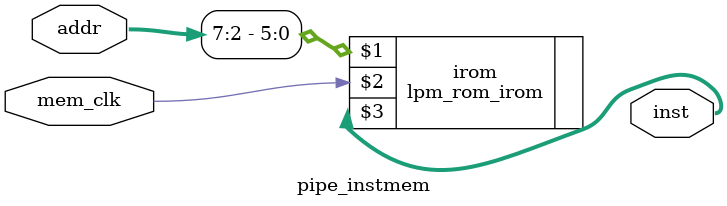
<source format=v>
module pipe_instmem (addr,inst,mem_clk);
   input  [31:0] addr;
   input         mem_clk;
   output [31:0] inst;
   
   
   lpm_rom_irom irom (addr[7:2],mem_clk,inst); 
   

endmodule 
</source>
